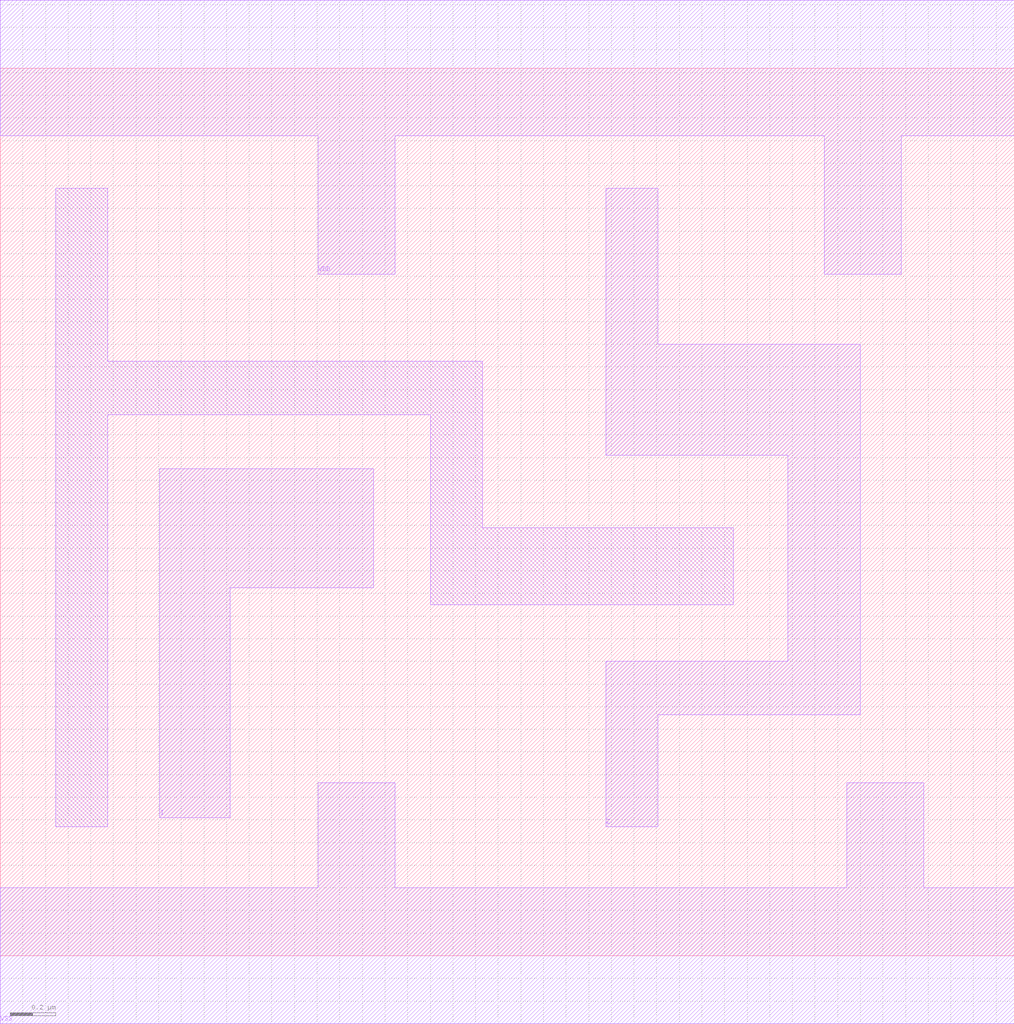
<source format=lef>
# Copyright 2022 GlobalFoundries PDK Authors
#
# Licensed under the Apache License, Version 2.0 (the "License");
# you may not use this file except in compliance with the License.
# You may obtain a copy of the License at
#
#      http://www.apache.org/licenses/LICENSE-2.0
#
# Unless required by applicable law or agreed to in writing, software
# distributed under the License is distributed on an "AS IS" BASIS,
# WITHOUT WARRANTIES OR CONDITIONS OF ANY KIND, either express or implied.
# See the License for the specific language governing permissions and
# limitations under the License.

MACRO gf180mcu_fd_sc_mcu7t5v0__buf_2
  CLASS core ;
  FOREIGN gf180mcu_fd_sc_mcu7t5v0__buf_2 0.0 0.0 ;
  ORIGIN 0 0 ;
  SYMMETRY X Y ;
  SITE GF018hv5v_mcu_sc7 ;
  SIZE 4.48 BY 3.92 ;
  PIN I
    DIRECTION INPUT ;
    ANTENNAGATEAREA 1.102 ;
    PORT
      LAYER METAL1 ;
        POLYGON 0.705 0.61 1.015 0.61 1.015 1.625 1.65 1.625 1.65 2.15 0.705 2.15  ;
    END
  END I
  PIN Z
    DIRECTION OUTPUT ;
    ANTENNADIFFAREA 1.1828 ;
    PORT
      LAYER METAL1 ;
        POLYGON 2.675 2.21 3.24 2.21 3.48 2.21 3.48 1.3 2.675 1.3 2.675 0.57 2.905 0.57 2.905 1.065 3.8 1.065 3.8 2.7 3.24 2.7 2.905 2.7 2.905 3.39 2.675 3.39  ;
    END
  END Z
  PIN VDD
    DIRECTION INOUT ;
    USE power ;
    SHAPE ABUTMENT ;
    PORT
      LAYER METAL1 ;
        POLYGON 0 3.62 1.405 3.62 1.405 3.01 1.745 3.01 1.745 3.62 3.24 3.62 3.64 3.62 3.64 3.01 3.98 3.01 3.98 3.62 4.48 3.62 4.48 4.22 3.24 4.22 0 4.22  ;
    END
  END VDD
  PIN VSS
    DIRECTION INOUT ;
    USE ground ;
    SHAPE ABUTMENT ;
    PORT
      LAYER METAL1 ;
        POLYGON 0 -0.3 4.48 -0.3 4.48 0.3 4.08 0.3 4.08 0.765 3.74 0.765 3.74 0.3 1.745 0.3 1.745 0.765 1.405 0.765 1.405 0.3 0 0.3  ;
    END
  END VSS
  OBS
      LAYER METAL1 ;
        POLYGON 0.245 0.57 0.475 0.57 0.475 2.39 1.9 2.39 1.9 1.55 3.24 1.55 3.24 1.89 2.13 1.89 2.13 2.625 0.475 2.625 0.475 3.39 0.245 3.39  ;
  END
END gf180mcu_fd_sc_mcu7t5v0__buf_2

</source>
